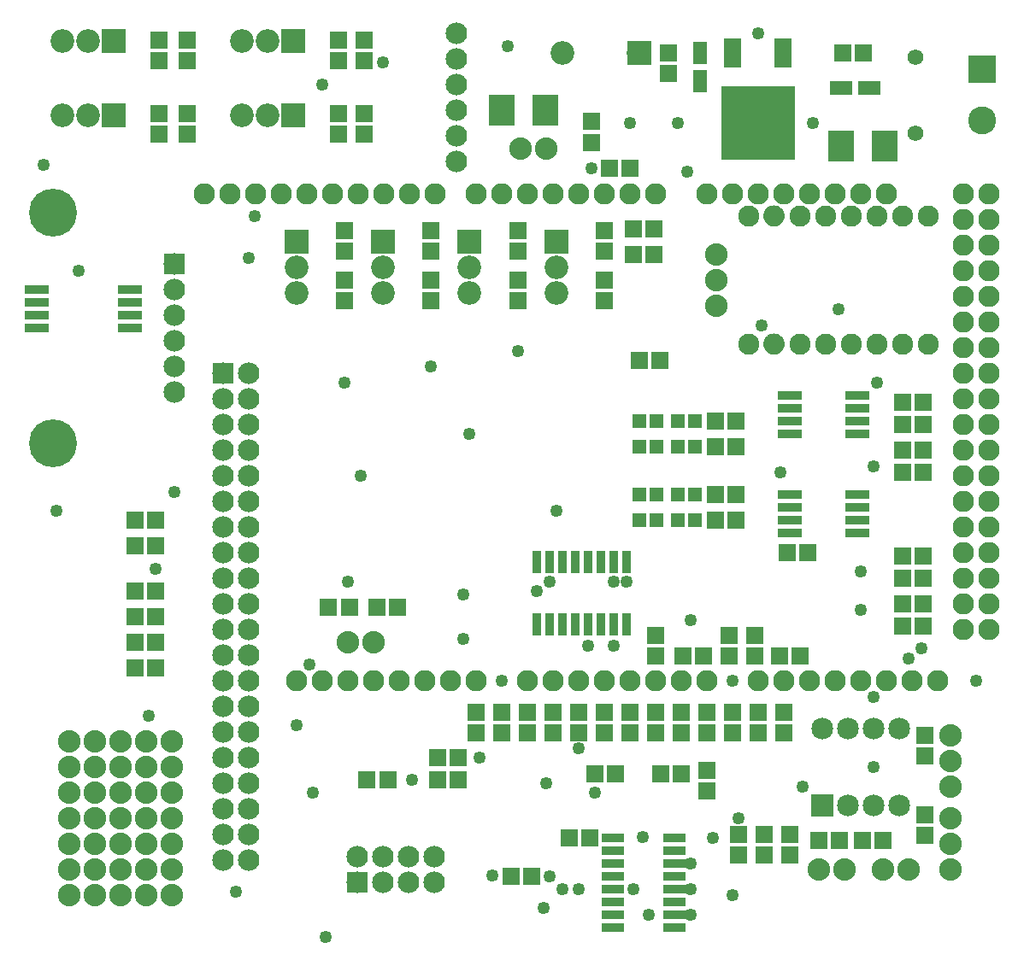
<source format=gts>
G04 MADE WITH FRITZING*
G04 WWW.FRITZING.ORG*
G04 DOUBLE SIDED*
G04 HOLES PLATED*
G04 CONTOUR ON CENTER OF CONTOUR VECTOR*
%ASAXBY*%
%FSLAX23Y23*%
%MOIN*%
%OFA0B0*%
%SFA1.0B1.0*%
%ADD10C,0.084000*%
%ADD11C,0.049370*%
%ADD12C,0.082472*%
%ADD13C,0.082445*%
%ADD14C,0.082417*%
%ADD15C,0.187165*%
%ADD16C,0.088000*%
%ADD17C,0.085000*%
%ADD18C,0.082917*%
%ADD19C,0.092000*%
%ADD20C,0.061496*%
%ADD21C,0.109055*%
%ADD22R,0.084000X0.084000*%
%ADD23R,0.065118X0.069055*%
%ADD24R,0.285591X0.285591*%
%ADD25R,0.069055X0.116299*%
%ADD26R,0.057244X0.088740*%
%ADD27R,0.069055X0.065118*%
%ADD28R,0.096614X0.033622*%
%ADD29R,0.100086X0.123708*%
%ADD30R,0.036000X0.090000*%
%ADD31R,0.096900X0.034000*%
%ADD32R,0.057244X0.053307*%
%ADD33R,0.088740X0.057244*%
%ADD34R,0.090000X0.036000*%
%ADD35R,0.085000X0.085000*%
%ADD36R,0.092000X0.092000*%
%ADD37R,0.109055X0.109055*%
%ADD38R,0.001000X0.001000*%
%LNMASK1*%
G90*
G70*
G54D10*
X1319Y482D03*
X1419Y482D03*
X1519Y482D03*
X1619Y482D03*
X1319Y382D03*
X1419Y382D03*
X1519Y382D03*
X1619Y382D03*
G54D11*
X144Y1832D03*
X3332Y832D03*
X2882Y3695D03*
X1282Y1557D03*
X532Y1607D03*
X2457Y257D03*
X2432Y558D03*
X1732Y1507D03*
X232Y2770D03*
X1907Y3645D03*
X3094Y3345D03*
X2607Y3157D03*
X919Y2982D03*
X2244Y732D03*
X2057Y770D03*
X1194Y170D03*
X1844Y408D03*
X2782Y332D03*
X2807Y632D03*
X3519Y1295D03*
X3282Y1445D03*
X1419Y3582D03*
X1332Y1970D03*
X2094Y1832D03*
X1757Y2132D03*
X1082Y995D03*
G54D12*
X2844Y2482D03*
X3544Y2982D03*
X3444Y2982D03*
X3344Y2982D03*
X3244Y2982D03*
X3144Y2982D03*
G54D13*
X3044Y2982D03*
G54D12*
X2844Y2982D03*
G54D13*
X3544Y2482D03*
G54D14*
X3444Y2482D03*
G54D13*
X3344Y2482D03*
G54D12*
X3244Y2482D03*
G54D13*
X3144Y2482D03*
G54D14*
X3044Y2482D03*
G54D11*
X2707Y557D03*
X2019Y1520D03*
X2232Y3170D03*
X2070Y407D03*
X2569Y3345D03*
X2382Y3345D03*
X607Y1907D03*
G54D10*
X607Y2794D03*
X607Y2694D03*
X607Y2594D03*
X607Y2494D03*
X607Y2394D03*
X607Y2294D03*
G54D11*
X844Y345D03*
X94Y3182D03*
X1144Y732D03*
X2394Y357D03*
X2182Y357D03*
X2119Y357D03*
X2044Y282D03*
X2620Y257D03*
X2619Y357D03*
X2619Y457D03*
X2181Y905D03*
X3469Y1257D03*
X894Y2820D03*
X3344Y2332D03*
X3282Y1595D03*
X2319Y1557D03*
X2619Y1407D03*
X1794Y870D03*
X1132Y1232D03*
X2219Y1307D03*
X2069Y1557D03*
X2319Y1307D03*
X2369Y1557D03*
X1732Y1332D03*
X3732Y1170D03*
X1532Y782D03*
G54D10*
X1707Y3695D03*
X1707Y3595D03*
X1707Y3495D03*
X1707Y3395D03*
X1707Y3295D03*
X1707Y3195D03*
X1707Y3695D03*
X1707Y3595D03*
X1707Y3495D03*
X1707Y3395D03*
X1707Y3295D03*
X1707Y3195D03*
G54D11*
X3057Y757D03*
G54D15*
X132Y2095D03*
X132Y2995D03*
G54D11*
X1607Y2395D03*
X1944Y2457D03*
X1269Y2332D03*
X1182Y3495D03*
X3332Y1107D03*
X1882Y1170D03*
X507Y1032D03*
X2782Y1170D03*
X3194Y2620D03*
X2969Y1982D03*
X3332Y2007D03*
G54D16*
X594Y332D03*
X494Y332D03*
X394Y332D03*
X294Y332D03*
X194Y332D03*
X594Y932D03*
X494Y932D03*
X394Y932D03*
X294Y932D03*
X194Y932D03*
X194Y732D03*
X294Y732D03*
X394Y732D03*
X494Y732D03*
X494Y432D03*
X494Y532D03*
X194Y432D03*
X194Y532D03*
X294Y432D03*
X294Y532D03*
X394Y432D03*
X394Y532D03*
X594Y432D03*
X594Y532D03*
X194Y832D03*
X294Y832D03*
X394Y832D03*
X494Y832D03*
X494Y632D03*
X594Y632D03*
X1382Y1320D03*
X1282Y1320D03*
X194Y632D03*
X294Y632D03*
X394Y632D03*
X594Y832D03*
X594Y732D03*
G54D11*
X2894Y2557D03*
G54D17*
X3132Y682D03*
X3132Y982D03*
X3232Y682D03*
X3232Y982D03*
X3332Y682D03*
X3332Y982D03*
X3432Y682D03*
X3432Y982D03*
G54D10*
X894Y2370D03*
X894Y2270D03*
X894Y2170D03*
X894Y2070D03*
X894Y1970D03*
X894Y1870D03*
X894Y1770D03*
X894Y1670D03*
X894Y1570D03*
X894Y1470D03*
X894Y1370D03*
X894Y1270D03*
X894Y1170D03*
X894Y1070D03*
X894Y970D03*
X894Y870D03*
X894Y770D03*
X894Y670D03*
X894Y570D03*
X894Y470D03*
X794Y2370D03*
X794Y2270D03*
X794Y2170D03*
X794Y2070D03*
X794Y1970D03*
X794Y1870D03*
X794Y1770D03*
X794Y1670D03*
X794Y1570D03*
X794Y1470D03*
X794Y1370D03*
X794Y1270D03*
X794Y1170D03*
X794Y1070D03*
X794Y970D03*
X794Y870D03*
X794Y770D03*
X794Y670D03*
X794Y570D03*
X794Y470D03*
G54D18*
X2982Y1170D03*
X1382Y1170D03*
X3082Y1170D03*
X3182Y1170D03*
X3282Y1170D03*
X3382Y1170D03*
X3682Y2570D03*
X3482Y1170D03*
X3582Y1170D03*
X1422Y3070D03*
X1982Y1170D03*
X2082Y1170D03*
X2182Y1170D03*
X2282Y1170D03*
X3682Y1770D03*
X2382Y1170D03*
X2482Y1170D03*
X2582Y1170D03*
X2682Y1170D03*
X2182Y3070D03*
X3682Y2970D03*
X3682Y2170D03*
X3682Y1370D03*
X1022Y3070D03*
X1782Y1170D03*
X1782Y3070D03*
X3682Y2770D03*
X3682Y2370D03*
X3682Y1970D03*
X3382Y3070D03*
X3682Y1570D03*
X3282Y3070D03*
X3182Y3070D03*
X3082Y3070D03*
X2982Y3070D03*
X2882Y3070D03*
X2782Y3070D03*
X2682Y3070D03*
X822Y3070D03*
X1222Y3070D03*
X1622Y3070D03*
X1182Y1170D03*
X1582Y1170D03*
X2382Y3070D03*
X1982Y3070D03*
X3682Y3070D03*
X3682Y2870D03*
X3682Y2670D03*
X3682Y2470D03*
X3682Y2270D03*
X3682Y2070D03*
X3682Y1870D03*
X3682Y1670D03*
X3682Y1470D03*
X722Y3070D03*
X922Y3070D03*
X1122Y3070D03*
X1322Y3070D03*
X1522Y3070D03*
X1082Y1170D03*
X1282Y1170D03*
X1482Y1170D03*
X1682Y1170D03*
X2482Y3070D03*
X2282Y3070D03*
X2082Y3070D03*
X1882Y3070D03*
X3782Y3070D03*
X3782Y2970D03*
X3782Y2870D03*
X3782Y2770D03*
X3782Y2670D03*
X3782Y2570D03*
X3782Y2470D03*
X3782Y2370D03*
X3782Y2270D03*
X3782Y2170D03*
X3782Y2070D03*
X3782Y1970D03*
X3782Y1870D03*
X3782Y1770D03*
X3782Y1670D03*
X3782Y1570D03*
X3782Y1470D03*
X3782Y1370D03*
X2882Y1170D03*
G54D19*
X1419Y2882D03*
X1419Y2782D03*
X1419Y2682D03*
X2094Y2882D03*
X2094Y2782D03*
X2094Y2682D03*
X1757Y2882D03*
X1757Y2782D03*
X1757Y2682D03*
X1082Y2882D03*
X1082Y2782D03*
X1082Y2682D03*
G54D16*
X3632Y432D03*
X3632Y532D03*
X3632Y632D03*
X3632Y957D03*
X3632Y857D03*
X3632Y757D03*
X2057Y3245D03*
X1957Y3245D03*
X2719Y2832D03*
X2719Y2732D03*
X2719Y2632D03*
X3119Y432D03*
X3219Y432D03*
X3469Y432D03*
X3369Y432D03*
G54D19*
X2417Y3620D03*
X2119Y3620D03*
G54D20*
X3494Y3307D03*
X3494Y3603D03*
X3494Y3307D03*
X3494Y3603D03*
G54D19*
X369Y3377D03*
X269Y3377D03*
X169Y3377D03*
X1069Y3664D03*
X969Y3664D03*
X869Y3664D03*
X369Y3664D03*
X269Y3664D03*
X169Y3664D03*
X1069Y3377D03*
X969Y3377D03*
X869Y3377D03*
G54D21*
X3757Y3557D03*
X3757Y3357D03*
G54D22*
X1319Y382D03*
G54D23*
X1207Y1457D03*
X1288Y1457D03*
G54D24*
X2882Y3345D03*
G54D25*
X2783Y3618D03*
X2980Y3618D03*
G54D26*
X2657Y3620D03*
X2657Y3510D03*
G54D27*
X2232Y3270D03*
X2232Y3351D03*
G54D23*
X2301Y3170D03*
X2382Y3170D03*
G54D28*
X432Y2595D03*
X69Y2595D03*
X432Y2545D03*
X432Y2645D03*
X432Y2695D03*
X69Y2545D03*
X69Y2645D03*
X69Y2695D03*
G54D29*
X3207Y3257D03*
X3376Y3257D03*
X1882Y3395D03*
X2051Y3395D03*
G54D22*
X607Y2794D03*
G54D30*
X2019Y1390D03*
X2069Y1390D03*
X2119Y1390D03*
X2169Y1390D03*
X2219Y1390D03*
X2269Y1390D03*
X2319Y1390D03*
X2369Y1390D03*
X2369Y1632D03*
X2319Y1632D03*
X2269Y1632D03*
X2219Y1632D03*
X2169Y1632D03*
X2119Y1632D03*
X2069Y1632D03*
X2019Y1632D03*
G54D31*
X3269Y2132D03*
X3269Y2182D03*
X3269Y2232D03*
X3269Y2282D03*
X3004Y2282D03*
X3004Y2232D03*
X3004Y2182D03*
X3004Y2132D03*
X3269Y1745D03*
X3269Y1795D03*
X3269Y1845D03*
X3269Y1895D03*
X3004Y1895D03*
X3004Y1845D03*
X3004Y1795D03*
X3004Y1745D03*
G54D32*
X2569Y1795D03*
X2636Y1795D03*
X2569Y1895D03*
X2636Y1895D03*
X2569Y2082D03*
X2636Y2082D03*
X2569Y2182D03*
X2636Y2182D03*
X2419Y1795D03*
X2486Y1795D03*
X2419Y1895D03*
X2486Y1895D03*
X2419Y2082D03*
X2486Y2082D03*
X2419Y2182D03*
X2486Y2182D03*
G54D33*
X3207Y3482D03*
X3317Y3482D03*
G54D34*
X2557Y207D03*
X2557Y257D03*
X2557Y307D03*
X2557Y357D03*
X2557Y407D03*
X2557Y457D03*
X2557Y507D03*
X2557Y557D03*
X2315Y557D03*
X2315Y507D03*
X2315Y457D03*
X2315Y407D03*
X2315Y357D03*
X2315Y307D03*
X2315Y257D03*
X2315Y207D03*
G54D23*
X2144Y557D03*
X2225Y557D03*
X532Y1220D03*
X451Y1220D03*
X532Y1520D03*
X451Y1520D03*
X2394Y2932D03*
X2475Y2932D03*
X3292Y3620D03*
X3211Y3620D03*
G54D27*
X2532Y3539D03*
X2532Y3620D03*
G54D23*
X532Y1420D03*
X451Y1420D03*
X532Y1320D03*
X451Y1320D03*
X532Y1795D03*
X451Y1795D03*
G54D27*
X1344Y3302D03*
X1344Y3382D03*
X1244Y3589D03*
X1244Y3670D03*
X1344Y3589D03*
X1344Y3670D03*
X1244Y3302D03*
X1244Y3382D03*
X657Y3589D03*
X657Y3670D03*
X544Y3589D03*
X544Y3670D03*
X657Y3302D03*
X657Y3382D03*
X544Y3302D03*
X544Y3382D03*
G54D23*
X3525Y2257D03*
X3444Y2257D03*
X3525Y1982D03*
X3444Y1982D03*
X3525Y2070D03*
X3444Y2070D03*
X3525Y2170D03*
X3444Y2170D03*
X2419Y2420D03*
X2500Y2420D03*
X3525Y1382D03*
X3444Y1382D03*
X3525Y1470D03*
X3444Y1470D03*
X3525Y1570D03*
X3444Y1570D03*
X3525Y1657D03*
X3444Y1657D03*
G54D27*
X1269Y2652D03*
X1269Y2732D03*
X1607Y2652D03*
X1607Y2732D03*
X1944Y2652D03*
X1944Y2732D03*
X2282Y2652D03*
X2282Y2732D03*
X1269Y2926D03*
X1269Y2845D03*
X1607Y2926D03*
X1607Y2845D03*
X1944Y2926D03*
X1944Y2845D03*
X2282Y2926D03*
X2282Y2845D03*
G54D23*
X2714Y2082D03*
X2794Y2082D03*
X2794Y2182D03*
X2714Y2182D03*
X1713Y782D03*
X1632Y782D03*
X2325Y807D03*
X2244Y807D03*
X532Y1695D03*
X451Y1695D03*
X2994Y1670D03*
X3075Y1670D03*
G54D27*
X2769Y1345D03*
X2769Y1264D03*
X2082Y964D03*
X2082Y1045D03*
G54D23*
X1394Y1457D03*
X1475Y1457D03*
X2475Y2832D03*
X2394Y2832D03*
G54D27*
X1982Y964D03*
X1982Y1045D03*
G54D23*
X1713Y870D03*
X1632Y870D03*
G54D27*
X1782Y1045D03*
X1782Y964D03*
G54D23*
X3044Y1266D03*
X2964Y1266D03*
G54D27*
X2482Y1264D03*
X2482Y1345D03*
X3532Y877D03*
X3532Y957D03*
G54D23*
X3289Y545D03*
X3369Y545D03*
X3200Y545D03*
X3119Y545D03*
G54D27*
X3532Y564D03*
X3532Y645D03*
X3007Y570D03*
X3007Y489D03*
X2682Y739D03*
X2682Y820D03*
G54D23*
X2501Y807D03*
X2582Y807D03*
G54D35*
X3132Y682D03*
G54D22*
X794Y2370D03*
G54D36*
X1419Y2882D03*
X2094Y2882D03*
X1757Y2882D03*
X1082Y2882D03*
X2418Y3620D03*
X369Y3377D03*
X1069Y3664D03*
X369Y3664D03*
X1069Y3377D03*
G54D37*
X3757Y3557D03*
G54D27*
X2882Y964D03*
X2882Y1045D03*
X2807Y489D03*
X2807Y570D03*
X2907Y489D03*
X2907Y570D03*
G54D23*
X1357Y782D03*
X1438Y782D03*
G54D27*
X1882Y964D03*
X1882Y1045D03*
X2182Y964D03*
X2182Y1045D03*
X2982Y964D03*
X2982Y1045D03*
X2682Y964D03*
X2682Y1045D03*
X2582Y964D03*
X2582Y1045D03*
X2782Y964D03*
X2782Y1045D03*
X2482Y964D03*
X2482Y1045D03*
X2282Y964D03*
X2282Y1045D03*
X2382Y964D03*
X2382Y1045D03*
G54D23*
X2714Y1795D03*
X2794Y1795D03*
X2794Y1895D03*
X2714Y1895D03*
X2669Y1266D03*
X2589Y1266D03*
G54D27*
X2869Y1264D03*
X2869Y1345D03*
G54D23*
X1919Y407D03*
X2000Y407D03*
G54D38*
X2943Y3024D02*
X2944Y3024D01*
X2936Y3023D02*
X2952Y3023D01*
X2932Y3022D02*
X2956Y3022D01*
X2929Y3021D02*
X2959Y3021D01*
X2927Y3020D02*
X2961Y3020D01*
X2925Y3019D02*
X2963Y3019D01*
X2923Y3018D02*
X2965Y3018D01*
X2921Y3017D02*
X2966Y3017D01*
X2920Y3016D02*
X2968Y3016D01*
X2919Y3015D02*
X2969Y3015D01*
X2917Y3014D02*
X2970Y3014D01*
X2916Y3013D02*
X2971Y3013D01*
X2915Y3012D02*
X2972Y3012D01*
X2914Y3011D02*
X2973Y3011D01*
X2913Y3010D02*
X2974Y3010D01*
X2913Y3009D02*
X2975Y3009D01*
X2912Y3008D02*
X2976Y3008D01*
X2911Y3007D02*
X2977Y3007D01*
X2910Y3006D02*
X2977Y3006D01*
X2910Y3005D02*
X2978Y3005D01*
X2909Y3004D02*
X2979Y3004D01*
X2908Y3003D02*
X2979Y3003D01*
X2908Y3002D02*
X2980Y3002D01*
X2907Y3001D02*
X2980Y3001D01*
X2907Y3000D02*
X2981Y3000D01*
X2906Y2999D02*
X2981Y2999D01*
X2906Y2998D02*
X2982Y2998D01*
X2906Y2997D02*
X2982Y2997D01*
X2905Y2996D02*
X2982Y2996D01*
X2905Y2995D02*
X2983Y2995D01*
X2905Y2994D02*
X2983Y2994D01*
X2905Y2993D02*
X2983Y2993D01*
X2904Y2992D02*
X2983Y2992D01*
X2904Y2991D02*
X2984Y2991D01*
X2904Y2990D02*
X2984Y2990D01*
X2904Y2989D02*
X2984Y2989D01*
X2904Y2988D02*
X2984Y2988D01*
X2903Y2987D02*
X2984Y2987D01*
X2903Y2986D02*
X2984Y2986D01*
X2903Y2985D02*
X2984Y2985D01*
X2903Y2984D02*
X2985Y2984D01*
X2903Y2983D02*
X2985Y2983D01*
X2903Y2982D02*
X2985Y2982D01*
X2903Y2981D02*
X2984Y2981D01*
X2903Y2980D02*
X2984Y2980D01*
X2903Y2979D02*
X2984Y2979D01*
X2904Y2978D02*
X2984Y2978D01*
X2904Y2977D02*
X2984Y2977D01*
X2904Y2976D02*
X2984Y2976D01*
X2904Y2975D02*
X2984Y2975D01*
X2904Y2974D02*
X2984Y2974D01*
X2904Y2973D02*
X2983Y2973D01*
X2905Y2972D02*
X2983Y2972D01*
X2905Y2971D02*
X2983Y2971D01*
X2905Y2970D02*
X2983Y2970D01*
X2906Y2969D02*
X2982Y2969D01*
X2906Y2968D02*
X2982Y2968D01*
X2906Y2967D02*
X2981Y2967D01*
X2907Y2966D02*
X2981Y2966D01*
X2907Y2965D02*
X2980Y2965D01*
X2908Y2964D02*
X2980Y2964D01*
X2908Y2963D02*
X2979Y2963D01*
X2909Y2962D02*
X2979Y2962D01*
X2909Y2961D02*
X2978Y2961D01*
X2910Y2960D02*
X2978Y2960D01*
X2911Y2959D02*
X2977Y2959D01*
X2912Y2958D02*
X2976Y2958D01*
X2912Y2957D02*
X2975Y2957D01*
X2913Y2956D02*
X2975Y2956D01*
X2914Y2955D02*
X2974Y2955D01*
X2915Y2954D02*
X2973Y2954D01*
X2916Y2953D02*
X2972Y2953D01*
X2917Y2952D02*
X2971Y2952D01*
X2918Y2951D02*
X2970Y2951D01*
X2920Y2950D02*
X2968Y2950D01*
X2921Y2949D02*
X2967Y2949D01*
X2922Y2948D02*
X2965Y2948D01*
X2924Y2947D02*
X2964Y2947D01*
X2926Y2946D02*
X2962Y2946D01*
X2928Y2945D02*
X2960Y2945D01*
X2931Y2944D02*
X2957Y2944D01*
X2934Y2943D02*
X2954Y2943D01*
X2939Y2942D02*
X2949Y2942D01*
X2944Y2524D02*
X2944Y2524D01*
X2936Y2523D02*
X2952Y2523D01*
X2932Y2522D02*
X2956Y2522D01*
X2929Y2521D02*
X2959Y2521D01*
X2927Y2520D02*
X2961Y2520D01*
X2925Y2519D02*
X2963Y2519D01*
X2923Y2518D02*
X2965Y2518D01*
X2921Y2517D02*
X2966Y2517D01*
X2920Y2516D02*
X2968Y2516D01*
X2919Y2515D02*
X2969Y2515D01*
X2918Y2514D02*
X2970Y2514D01*
X2916Y2513D02*
X2971Y2513D01*
X2915Y2512D02*
X2972Y2512D01*
X2914Y2511D02*
X2973Y2511D01*
X2913Y2510D02*
X2974Y2510D01*
X2913Y2509D02*
X2975Y2509D01*
X2912Y2508D02*
X2976Y2508D01*
X2911Y2507D02*
X2977Y2507D01*
X2910Y2506D02*
X2977Y2506D01*
X2910Y2505D02*
X2978Y2505D01*
X2909Y2504D02*
X2979Y2504D01*
X2909Y2503D02*
X2979Y2503D01*
X2908Y2502D02*
X2980Y2502D01*
X2907Y2501D02*
X2980Y2501D01*
X2907Y2500D02*
X2981Y2500D01*
X2906Y2499D02*
X2981Y2499D01*
X2906Y2498D02*
X2982Y2498D01*
X2906Y2497D02*
X2982Y2497D01*
X2905Y2496D02*
X2982Y2496D01*
X2905Y2495D02*
X2983Y2495D01*
X2905Y2494D02*
X2983Y2494D01*
X2905Y2493D02*
X2983Y2493D01*
X2904Y2492D02*
X2983Y2492D01*
X2904Y2491D02*
X2984Y2491D01*
X2904Y2490D02*
X2984Y2490D01*
X2904Y2489D02*
X2984Y2489D01*
X2904Y2488D02*
X2984Y2488D01*
X2903Y2487D02*
X2984Y2487D01*
X2903Y2486D02*
X2984Y2486D01*
X2903Y2485D02*
X2984Y2485D01*
X2903Y2484D02*
X2985Y2484D01*
X2903Y2483D02*
X2985Y2483D01*
X2903Y2482D02*
X2985Y2482D01*
X2903Y2481D02*
X2984Y2481D01*
X2903Y2480D02*
X2984Y2480D01*
X2903Y2479D02*
X2984Y2479D01*
X2904Y2478D02*
X2984Y2478D01*
X2904Y2477D02*
X2984Y2477D01*
X2904Y2476D02*
X2984Y2476D01*
X2904Y2475D02*
X2984Y2475D01*
X2904Y2474D02*
X2984Y2474D01*
X2904Y2473D02*
X2983Y2473D01*
X2905Y2472D02*
X2983Y2472D01*
X2905Y2471D02*
X2983Y2471D01*
X2905Y2470D02*
X2983Y2470D01*
X2906Y2469D02*
X2982Y2469D01*
X2906Y2468D02*
X2982Y2468D01*
X2906Y2467D02*
X2981Y2467D01*
X2907Y2466D02*
X2981Y2466D01*
X2907Y2465D02*
X2980Y2465D01*
X2908Y2464D02*
X2980Y2464D01*
X2908Y2463D02*
X2979Y2463D01*
X2909Y2462D02*
X2979Y2462D01*
X2910Y2461D02*
X2978Y2461D01*
X2910Y2460D02*
X2978Y2460D01*
X2911Y2459D02*
X2977Y2459D01*
X2912Y2458D02*
X2976Y2458D01*
X2912Y2457D02*
X2975Y2457D01*
X2913Y2456D02*
X2975Y2456D01*
X2914Y2455D02*
X2974Y2455D01*
X2915Y2454D02*
X2973Y2454D01*
X2916Y2453D02*
X2972Y2453D01*
X2917Y2452D02*
X2971Y2452D01*
X2918Y2451D02*
X2970Y2451D01*
X2920Y2450D02*
X2968Y2450D01*
X2921Y2449D02*
X2967Y2449D01*
X2922Y2448D02*
X2965Y2448D01*
X2924Y2447D02*
X2964Y2447D01*
X2926Y2446D02*
X2962Y2446D01*
X2928Y2445D02*
X2960Y2445D01*
X2931Y2444D02*
X2957Y2444D01*
X2934Y2443D02*
X2954Y2443D01*
X2939Y2442D02*
X2949Y2442D01*
D02*
G04 End of Mask1*
M02*
</source>
